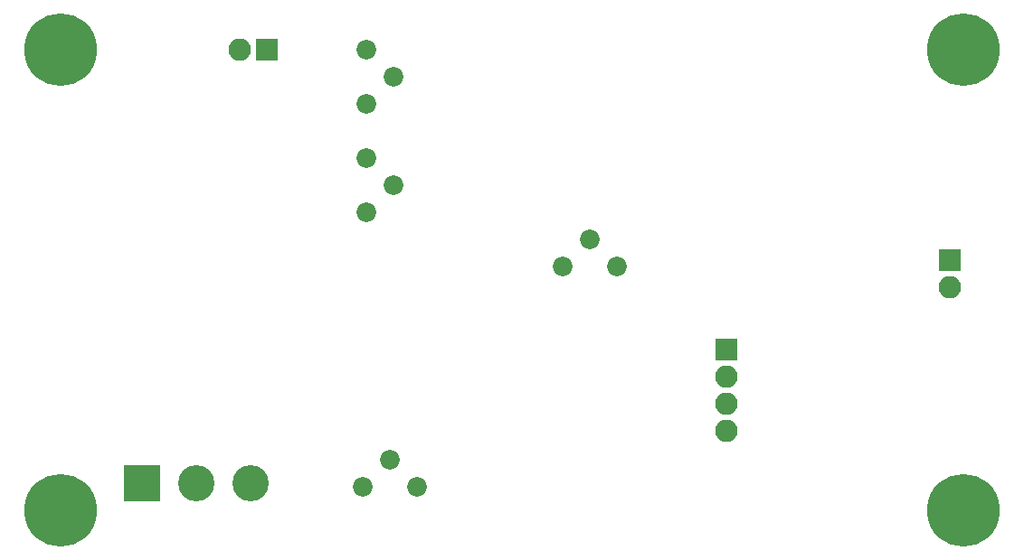
<source format=gbr>
G04 #@! TF.FileFunction,Soldermask,Bot*
%FSLAX46Y46*%
G04 Gerber Fmt 4.6, Leading zero omitted, Abs format (unit mm)*
G04 Created by KiCad (PCBNEW 4.0.6) date 07/14/17 14:36:20*
%MOMM*%
%LPD*%
G01*
G04 APERTURE LIST*
%ADD10C,0.100000*%
%ADD11C,6.800000*%
%ADD12R,3.400000X3.400000*%
%ADD13C,3.400000*%
%ADD14R,2.100000X2.100000*%
%ADD15O,2.100000X2.100000*%
%ADD16C,1.840000*%
G04 APERTURE END LIST*
D10*
D11*
X117475000Y-25400000D03*
X117475000Y-68580000D03*
X33020000Y-68580000D03*
D12*
X40640000Y-66040000D03*
D13*
X45720000Y-66040000D03*
X50800000Y-66040000D03*
D14*
X52324000Y-25400000D03*
D15*
X49784000Y-25400000D03*
D14*
X95300800Y-53543200D03*
D15*
X95300800Y-56083200D03*
X95300800Y-58623200D03*
X95300800Y-61163200D03*
D14*
X116205000Y-45085000D03*
D15*
X116205000Y-47625000D03*
D16*
X61595000Y-25400000D03*
X64135000Y-27940000D03*
X61595000Y-30480000D03*
X61595000Y-35560000D03*
X64135000Y-38100000D03*
X61595000Y-40640000D03*
X61277500Y-66357500D03*
X63817500Y-63817500D03*
X66357500Y-66357500D03*
X80010000Y-45720000D03*
X82550000Y-43180000D03*
X85090000Y-45720000D03*
D11*
X33020000Y-25400000D03*
M02*

</source>
